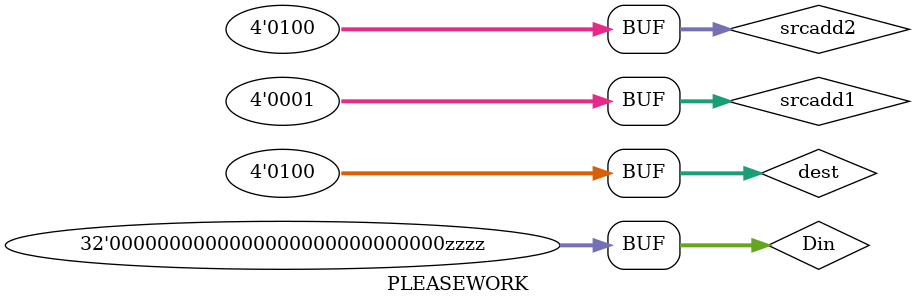
<source format=v>
`timescale 1ns / 1ps


module PLEASEWORK;

	// Inputs
	reg [3:0] dest;
	reg [31:0] Din;
	reg [3:0] srcadd1;
	reg [3:0] srcadd2;

	// Outputs
	wire [31:0] src1;
	wire [31:0] src2;

	// Instantiate the Unit Under Test (UUT)
	RegisterBank uut (
		.dest(dest), 
		.Din(Din), 
		.srcadd1(srcadd1), 
		.srcadd2(srcadd2), 
		.src1(src1), 
		.src2(src2)
	);

	initial begin
		// Initialize Inputs
		dest = 0;
		Din = 0;
		srcadd1 = 0;
		srcadd2 = 0;

		// Wait 100 ns for global reset to finish
		#100;
		 dest = 1;
		 Din = 1;
		 #10
		 dest = 4;
		 Din = 19;
		 #5
		 Din = 4'bzzzz;
		 srcadd1 = 1; 
		 srcadd2 = 4; 
		// Add stimulus here

	end
      
endmodule


</source>
